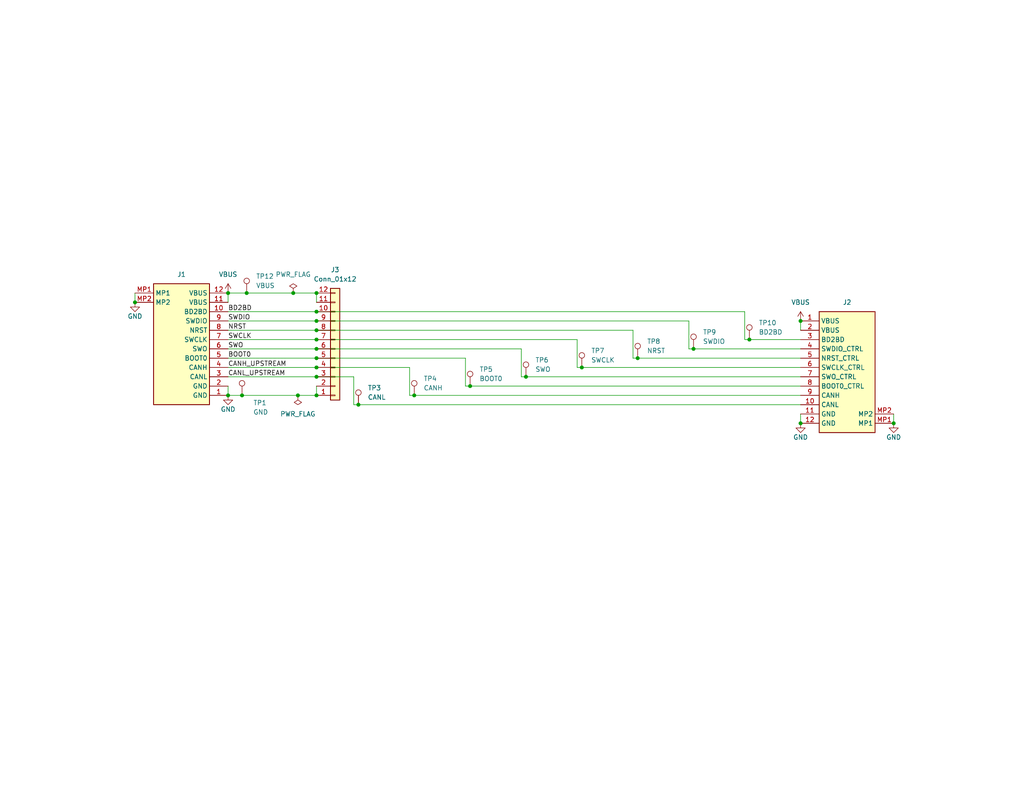
<source format=kicad_sch>
(kicad_sch (version 20231120) (generator "eeschema") (generator_version "8.0")
  (paper "USLetter")
  (lib_symbols
    (symbol "Connector_Generic:Conn_01x12" (pin_names (offset 1.016) hide)
      (property "Reference" "J" (at 0 15.24 0))
      (property "Value" "Conn_01x12" (at 0 -17.78 0))
      (symbol "Conn_01x12_1_1"
        (rectangle (start -1.27 -15.113) (end 0 -15.367) (stroke (width 0.1524)))
        (rectangle (start -1.27 -12.573) (end 0 -12.827) (stroke (width 0.1524)))
        (rectangle (start -1.27 -10.033) (end 0 -10.287) (stroke (width 0.1524)))
        (rectangle (start -1.27 -7.493) (end 0 -7.747) (stroke (width 0.1524)))
        (rectangle (start -1.27 -4.953) (end 0 -5.207) (stroke (width 0.1524)))
        (rectangle (start -1.27 -2.413) (end 0 -2.667) (stroke (width 0.1524)))
        (rectangle (start -1.27 0.127) (end 0 -0.127) (stroke (width 0.1524)))
        (rectangle (start -1.27 2.667) (end 0 2.413) (stroke (width 0.1524)))
        (rectangle (start -1.27 5.207) (end 0 4.953) (stroke (width 0.1524)))
        (rectangle (start -1.27 7.747) (end 0 7.493) (stroke (width 0.1524)))
        (rectangle (start -1.27 10.287) (end 0 10.033) (stroke (width 0.1524)))
        (rectangle (start -1.27 12.827) (end 0 12.573) (stroke (width 0.1524)))
        (rectangle (start -1.27 13.97) (end 1.27 -16.51) (stroke (width 0.254)) (fill (type background)))
        (pin passive line (at -5.08 12.7 0) (length 3.81) (name "Pin_1") (number "1"))
        (pin passive line (at -5.08 -10.16 0) (length 3.81) (name "Pin_10") (number "10"))
        (pin passive line (at -5.08 -12.7 0) (length 3.81) (name "Pin_11") (number "11"))
        (pin passive line (at -5.08 -15.24 0) (length 3.81) (name "Pin_12") (number "12"))
        (pin passive line (at -5.08 10.16 0) (length 3.81) (name "Pin_2") (number "2"))
        (pin passive line (at -5.08 7.62 0) (length 3.81) (name "Pin_3") (number "3"))
        (pin passive line (at -5.08 5.08 0) (length 3.81) (name "Pin_4") (number "4"))
        (pin passive line (at -5.08 2.54 0) (length 3.81) (name "Pin_5") (number "5"))
        (pin passive line (at -5.08 0 0) (length 3.81) (name "Pin_6") (number "6"))
        (pin passive line (at -5.08 -2.54 0) (length 3.81) (name "Pin_7") (number "7"))
        (pin passive line (at -5.08 -5.08 0) (length 3.81) (name "Pin_8") (number "8"))
        (pin passive line (at -5.08 -7.62 0) (length 3.81) (name "Pin_9") (number "9"))
      )
    )
    (symbol "TVSC:Bus Connector (Control)"
      (property "Reference" "J" (at 5 -33 0))
      (symbol "Bus Connector (Control)_1_1"
        (rectangle (start 5.08 2.54) (end 20.32 -30.48) (stroke (width 0.254)) (fill (type background)))
        (pin passive line (at 0 -27.94 0) (length 5.08) (name "VBUS") (number "1"))
        (pin passive line (at 0 -5.08 0) (length 5.08) (name "CANL") (number "10"))
        (pin passive line (at 0 -2.54 0) (length 5.08) (name "GND") (number "11"))
        (pin passive line (at 0 0 0) (length 5.08) (name "GND") (number "12"))
        (pin passive line (at 0 -25.4 0) (length 5.08) (name "VBUS") (number "2"))
        (pin passive line (at 0 -22.86 0) (length 5.08) (name "BD2BD") (number "3"))
        (pin passive line (at 0 -20.32 0) (length 5.08) (name "SWDIO_CTRL") (number "4"))
        (pin passive line (at 0 -17.78 0) (length 5.08) (name "NRST_CTRL") (number "5"))
        (pin passive line (at 0 -15.24 0) (length 5.08) (name "SWCLK_CTRL") (number "6"))
        (pin passive line (at 0 -12.7 0) (length 5.08) (name "SWO_CTRL") (number "7"))
        (pin passive line (at 0 -10.16 0) (length 5.08) (name "BOOT0_CTRL") (number "8"))
        (pin passive line (at 0 -7.62 0) (length 5.08) (name "CANH") (number "9"))
        (pin passive line (at 25.4 0 180) (length 5.08) (name "MP1") (number "MP1"))
        (pin passive line (at 25.4 -2.54 180) (length 5.08) (name "MP2") (number "MP2"))
      )
    )
    (symbol "TVSC:Bus Connector (Target)"
      (property "Reference" "J" (at 5 -33 0))
      (symbol "Bus Connector (Target)_1_1"
        (rectangle (start 5.08 2.54) (end 20.32 -30.48) (stroke (width 0.254)) (fill (type background)))
        (pin passive line (at 0 -27.94 0) (length 5.08) (name "GND") (number "1"))
        (pin passive line (at 0 -5.08 0) (length 5.08) (name "BD2BD") (number "10"))
        (pin passive line (at 0 -2.54 0) (length 5.08) (name "VBUS") (number "11"))
        (pin passive line (at 0 0 0) (length 5.08) (name "VBUS") (number "12"))
        (pin passive line (at 0 -25.4 0) (length 5.08) (name "GND") (number "2"))
        (pin passive line (at 0 -22.86 0) (length 5.08) (name "CANL") (number "3"))
        (pin passive line (at 0 -20.32 0) (length 5.08) (name "CANH") (number "4"))
        (pin passive line (at 0 -17.78 0) (length 5.08) (name "BOOT0") (number "5"))
        (pin passive line (at 0 -15.24 0) (length 5.08) (name "SWO") (number "6"))
        (pin passive line (at 0 -12.7 0) (length 5.08) (name "SWCLK") (number "7"))
        (pin passive line (at 0 -10.16 0) (length 5.08) (name "NRST") (number "8"))
        (pin passive line (at 0 -7.62 0) (length 5.08) (name "SWDIO") (number "9"))
        (pin passive line (at 25.4 0 180) (length 5.08) (name "MP1") (number "MP1"))
        (pin passive line (at 25.4 -2.54 180) (length 5.08) (name "MP2") (number "MP2"))
      )
    )
    (symbol "TVSC:TestPoint_Keystone_5000" (pin_numbers hide) (pin_names (offset 0.762) hide)
      (property "Reference" "TP" (at 0 6.858 0))
      (property "Value" "TestPoint" (at 0 5.08 0))
      (symbol "TestPoint_Keystone_5000_0_1"
        (circle (center 0 3.302) (radius 0.762))
      )
      (symbol "TestPoint_Keystone_5000_1_1"
        (pin passive line (at 0 0 90) (length 2.54) (name "1") (number "1"))
      )
    )
    (symbol "power:GND" (power) (pin_numbers hide) (pin_names (offset 0) hide)
      (property "Value" "GND" (at 0 -3.81 0))
      (symbol "GND_0_1"
        (polyline (pts (xy 0 0) (xy 0 -1.27) (xy 1.27 -1.27) (xy 0 -2.54) (xy -1.27 -1.27) (xy 0 -1.27)))
      )
      (symbol "GND_1_1"
        (pin power_in line (at 0 0 270) (length 0) (name "~") (number "1"))
      )
    )
    (symbol "power:PWR_FLAG" (power) (pin_numbers hide) (pin_names (offset 0) hide)
      (property "Value" "PWR_FLAG" (at 0 3.81 0))
      (symbol "PWR_FLAG_0_0"
        (pin power_out line (at 0 0 90) (length 0) (name "~") (number "1"))
      )
      (symbol "PWR_FLAG_0_1"
        (polyline (pts (xy 0 0) (xy 0 1.27) (xy -1.016 1.905) (xy 0 2.54) (xy 1.016 1.905) (xy 0 1.27)))
      )
    )
    (symbol "power:VBUS" (power) (pin_numbers hide) (pin_names (offset 0) hide)
      (property "Value" "VBUS" (at 0 3.556 0))
      (symbol "VBUS_0_1"
        (polyline (pts (xy -0.762 1.27) (xy 0 2.54)))
        (polyline (pts (xy 0 0) (xy 0 2.54)))
        (polyline (pts (xy 0 2.54) (xy 0.762 1.27)))
      )
      (symbol "VBUS_1_1"
        (pin power_in line (at 0 0 90) (length 0) (name "~") (number "1"))
      )
    )
  )
  (junction (at 218.44 87.63))
  (junction (at 86.36 90.17))
  (junction (at 218.44 115.57))
  (junction (at 66.04 107.95))
  (junction (at 80.01 80.01))
  (junction (at 173.99 97.79))
  (junction (at 86.36 92.71))
  (junction (at 86.36 97.79))
  (junction (at 243.84 115.57))
  (junction (at 204.47 92.71))
  (junction (at 62.23 107.95))
  (junction (at 86.36 85.09))
  (junction (at 97.79 110.49))
  (junction (at 86.36 87.63))
  (junction (at 143.51 102.87))
  (junction (at 113.03 107.95))
  (junction (at 86.36 107.95))
  (junction (at 62.23 80.01))
  (junction (at 86.36 80.01))
  (junction (at 189.23 95.25))
  (junction (at 81.28 107.95))
  (junction (at 67.31 80.01))
  (junction (at 128.27 105.41))
  (junction (at 86.36 102.87))
  (junction (at 86.36 95.25))
  (junction (at 86.36 100.33))
  (junction (at 158.75 100.33))
  (junction (at 36.83 82.55))
  (wire (pts (xy 36.83 80.01) (xy 36.83 82.55)))
  (wire (pts (xy 218.44 113.03) (xy 218.44 115.57)))
  (wire (pts (xy 86.36 80.01) (xy 86.36 82.55)))
  (wire (pts (xy 142.24 95.25) (xy 142.24 102.87)))
  (wire (pts (xy 111.76 107.95) (xy 113.03 107.95)))
  (wire (pts (xy 157.48 92.71) (xy 157.48 100.33)))
  (wire (pts (xy 187.96 87.63) (xy 187.96 95.25)))
  (wire (pts (xy 62.23 105.41) (xy 62.23 107.95)))
  (wire (pts (xy 62.23 90.17) (xy 86.36 90.17)))
  (wire (pts (xy 172.72 97.79) (xy 173.99 97.79)))
  (wire (pts (xy 97.79 110.49) (xy 218.44 110.49)))
  (wire (pts (xy 172.72 90.17) (xy 172.72 97.79)))
  (wire (pts (xy 66.04 107.95) (xy 81.28 107.95)))
  (wire (pts (xy 143.51 102.87) (xy 218.44 102.87)))
  (wire (pts (xy 96.52 110.49) (xy 97.79 110.49)))
  (wire (pts (xy 62.23 80.01) (xy 62.23 82.55)))
  (wire (pts (xy 173.99 97.79) (xy 218.44 97.79)))
  (wire (pts (xy 86.36 95.25) (xy 142.24 95.25)))
  (wire (pts (xy 86.36 87.63) (xy 187.96 87.63)))
  (wire (pts (xy 86.36 90.17) (xy 172.72 90.17)))
  (wire (pts (xy 86.36 85.09) (xy 203.2 85.09)))
  (wire (pts (xy 203.2 92.71) (xy 204.47 92.71)))
  (wire (pts (xy 62.23 87.63) (xy 86.36 87.63)))
  (wire (pts (xy 62.23 85.09) (xy 86.36 85.09)))
  (wire (pts (xy 67.31 80.01) (xy 80.01 80.01)))
  (wire (pts (xy 204.47 92.71) (xy 218.44 92.71)))
  (wire (pts (xy 158.75 100.33) (xy 218.44 100.33)))
  (wire (pts (xy 113.03 107.95) (xy 218.44 107.95)))
  (wire (pts (xy 243.84 113.03) (xy 243.84 115.57)))
  (wire (pts (xy 128.27 105.41) (xy 218.44 105.41)))
  (wire (pts (xy 86.36 92.71) (xy 157.48 92.71)))
  (wire (pts (xy 86.36 100.33) (xy 111.76 100.33)))
  (wire (pts (xy 127 105.41) (xy 128.27 105.41)))
  (wire (pts (xy 157.48 100.33) (xy 158.75 100.33)))
  (wire (pts (xy 62.23 107.95) (xy 66.04 107.95)))
  (wire (pts (xy 62.23 80.01) (xy 67.31 80.01)))
  (wire (pts (xy 80.01 80.01) (xy 86.36 80.01)))
  (wire (pts (xy 62.23 102.87) (xy 86.36 102.87)))
  (wire (pts (xy 189.23 95.25) (xy 218.44 95.25)))
  (wire (pts (xy 62.23 95.25) (xy 86.36 95.25)))
  (wire (pts (xy 86.36 105.41) (xy 86.36 107.95)))
  (wire (pts (xy 86.36 97.79) (xy 127 97.79)))
  (wire (pts (xy 203.2 85.09) (xy 203.2 92.71)))
  (wire (pts (xy 86.36 102.87) (xy 96.52 102.87)))
  (wire (pts (xy 62.23 97.79) (xy 86.36 97.79)))
  (wire (pts (xy 142.24 102.87) (xy 143.51 102.87)))
  (wire (pts (xy 81.28 107.95) (xy 86.36 107.95)))
  (wire (pts (xy 111.76 100.33) (xy 111.76 107.95)))
  (wire (pts (xy 62.23 100.33) (xy 86.36 100.33)))
  (wire (pts (xy 187.96 95.25) (xy 189.23 95.25)))
  (wire (pts (xy 127 97.79) (xy 127 105.41)))
  (wire (pts (xy 218.44 87.63) (xy 218.44 90.17)))
  (wire (pts (xy 62.23 92.71) (xy 86.36 92.71)))
  (wire (pts (xy 96.52 102.87) (xy 96.52 110.49)))
  (label "SWDIO" (at 62.23 87.63 0))
  (label "BOOT0" (at 62.23 97.79 0))
  (label "CANL_UPSTREAM" (at 62.23 102.87 0))
  (label "BD2BD" (at 62.23 85.09 0))
  (label "SWO" (at 62.23 95.25 0))
  (label "SWCLK" (at 62.23 92.71 0))
  (label "NRST" (at 62.23 90.17 0))
  (label "CANH_UPSTREAM" (at 62.23 100.33 0))
  (symbol (lib_id "TVSC:TestPoint_Keystone_5000") (at 128.27 105.41 0) (unit 1)
    (property "Reference" "TP5" (at 130.81 100.8379 0) (effects (justify left)))
    (property "Value" "BOOT0" (at 130.81 103.3779 0) (effects (justify left)))
    (property "Footprint" "footprints:Keystone_5000" (effects (hide yes)))
    (property "Datasheet" "https://www.keyelco.com/product.cfm/product_id/1309" (effects (hide yes)))
    (property "Description" "test point" (effects (hide yes)))
    (property "Color" "Red" (effects (hide yes)))
    (property "Manufacturer" "Keystone" (effects (hide yes)))
    (property "Manufacturer Part Number" "5000" (effects (hide yes)))
    (property "MPN" "C5199900" (effects (hide yes)))
    (property "Active" "Y" (effects (hide yes)))
  )
  (symbol (lib_id "power:VBUS") (at 62.23 80.01 0) (mirror y) (unit 1)
    (property "Reference" "#PWR1" (effects (hide yes)))
    (property "Value" "VBUS" (at 62.23 74.93 0))
  )
  (symbol (lib_id "TVSC:TestPoint_Keystone_5000") (at 158.75 100.33 0) (unit 1)
    (property "Reference" "TP7" (at 161.29 95.7579 0) (effects (justify left)))
    (property "Value" "SWCLK" (at 161.29 98.2979 0) (effects (justify left)))
    (property "Footprint" "footprints:Keystone_5000" (effects (hide yes)))
    (property "Datasheet" "https://www.keyelco.com/product.cfm/product_id/1309" (effects (hide yes)))
    (property "Description" "test point" (effects (hide yes)))
    (property "Color" "Red" (effects (hide yes)))
    (property "Manufacturer" "Keystone" (effects (hide yes)))
    (property "Manufacturer Part Number" "5000" (effects (hide yes)))
    (property "MPN" "C5199900" (effects (hide yes)))
    (property "Active" "Y" (effects (hide yes)))
  )
  (symbol (lib_id "TVSC:TestPoint_Keystone_5000") (at 204.47 92.71 0) (unit 1)
    (property "Reference" "TP10" (at 207.01 88.1379 0) (effects (justify left)))
    (property "Value" "BD2BD" (at 207.01 90.6779 0) (effects (justify left)))
    (property "Footprint" "footprints:Keystone_5000" (effects (hide yes)))
    (property "Datasheet" "https://www.keyelco.com/product.cfm/product_id/1309" (effects (hide yes)))
    (property "Description" "test point" (effects (hide yes)))
    (property "Color" "Red" (effects (hide yes)))
    (property "Manufacturer" "Keystone" (effects (hide yes)))
    (property "Manufacturer Part Number" "5000" (effects (hide yes)))
    (property "MPN" "C5199900" (effects (hide yes)))
    (property "Active" "Y" (effects (hide yes)))
  )
  (symbol (lib_id "TVSC:TestPoint_Keystone_5000") (at 66.04 107.95 0) (unit 1)
    (property "Reference" "TP1" (at 69.088 109.982 0) (effects (justify left)))
    (property "Value" "GND" (at 69.088 112.522 0) (effects (justify left)))
    (property "Footprint" "footprints:Keystone_5000" (effects (hide yes)))
    (property "Datasheet" "https://www.keyelco.com/product.cfm/product_id/1309" (effects (hide yes)))
    (property "Description" "test point" (effects (hide yes)))
    (property "Color" "Red" (effects (hide yes)))
    (property "Manufacturer" "Keystone" (effects (hide yes)))
    (property "Manufacturer Part Number" "5000" (effects (hide yes)))
    (property "MPN" "C5199900" (effects (hide yes)))
    (property "Active" "Y" (effects (hide yes)))
  )
  (symbol (lib_id "TVSC:TestPoint_Keystone_5000") (at 143.51 102.87 0) (unit 1)
    (property "Reference" "TP6" (at 146.05 98.2979 0) (effects (justify left)))
    (property "Value" "SWO" (at 146.05 100.8379 0) (effects (justify left)))
    (property "Footprint" "footprints:Keystone_5000" (effects (hide yes)))
    (property "Datasheet" "https://www.keyelco.com/product.cfm/product_id/1309" (effects (hide yes)))
    (property "Description" "test point" (effects (hide yes)))
    (property "Color" "Red" (effects (hide yes)))
    (property "Manufacturer" "Keystone" (effects (hide yes)))
    (property "Manufacturer Part Number" "5000" (effects (hide yes)))
    (property "MPN" "C5199900" (effects (hide yes)))
    (property "Active" "Y" (effects (hide yes)))
  )
  (symbol (lib_id "power:PWR_FLAG") (at 81.28 107.95 180) (unit 1)
    (property "Reference" "#FLG2" (effects (hide yes)))
    (property "Value" "PWR_FLAG" (at 81.28 113.03 0))
    (property "Description" "Special symbol for telling ERC where power comes from" (effects (hide yes)))
  )
  (symbol (lib_id "power:PWR_FLAG") (at 80.01 80.01 0) (unit 1)
    (property "Reference" "#FLG1" (effects (hide yes)))
    (property "Value" "PWR_FLAG" (at 80.01 74.93 0))
    (property "Description" "Special symbol for telling ERC where power comes from" (effects (hide yes)))
  )
  (symbol (lib_id "TVSC:Bus Connector (Control)") (at 218.44 115.57 0) (mirror x) (unit 1)
    (property "Reference" "J2" (at 231.14 82.55 0))
    (property "Value" "Molex_504050-1291" (effects (hide yes)))
    (property "Footprint" "footprints:Bus Connector (Control)" (effects (hide yes)))
    (property "Datasheet" "https://www.molex.com/en-us/products/part-detail/5040501291" (effects (hide yes)))
    (property "Manufacturer" "Molex" (effects (hide yes)))
    (property "Manufacturer Part Number" "504050-1291" (effects (hide yes)))
    (property "MPN" "C563982" (effects (hide yes)))
    (property "Active" "Y" (effects (hide yes)))
    (property "Basic or Extended Component" "Extended" (effects (hide yes)))
  )
  (symbol (lib_id "TVSC:Bus Connector (Target)") (at 62.23 80.01 0) (mirror y) (unit 1)
    (property "Reference" "J1" (at 49.53 74.93 0))
    (property "Value" "Molex_504050-1291" (effects (hide yes)))
    (property "Footprint" "footprints:Bus Connector (Target)" (effects (hide yes)))
    (property "Datasheet" "https://www.molex.com/en-us/products/part-detail/5040501291" (effects (hide yes)))
    (property "Manufacturer" "Molex" (effects (hide yes)))
    (property "Manufacturer Part Number" "504050-1291" (effects (hide yes)))
    (property "MPN" "C563982" (effects (hide yes)))
    (property "Active" "Y" (effects (hide yes)))
    (property "Basic or Extended Component" "Extended" (effects (hide yes)))
  )
  (symbol (lib_id "power:GND") (at 218.44 115.57 0) (mirror y) (unit 1)
    (property "Reference" "#PWR6" (effects (hide yes)))
    (property "Value" "GND" (at 218.44 119.38 0))
  )
  (symbol (lib_id "power:GND") (at 36.83 82.55 0) (mirror y) (unit 1)
    (property "Reference" "#PWR3" (effects (hide yes)))
    (property "Value" "GND" (at 36.83 86.36 0))
  )
  (symbol (lib_id "power:VBUS") (at 218.44 87.63 0) (mirror y) (unit 1)
    (property "Reference" "#PWR2" (effects (hide yes)))
    (property "Value" "VBUS" (at 218.44 82.55 0))
  )
  (symbol (lib_id "Connector_Generic:Conn_01x12") (at 91.44 95.25 0) (mirror x) (unit 1)
    (property "Reference" "J3" (at 91.44 73.66 0))
    (property "Value" "Conn_01x12" (at 91.44 76.2 0))
    (property "Footprint" "Connector_PinHeader_2.54mm:PinHeader_1x12_P2.54mm_Vertical" (effects (hide yes)))
    (property "Description" "Generic connector, single row, 01x12, script generated (kicad-library-utils/schlib/autogen/connector/)" (effects (hide yes)))
  )
  (symbol (lib_id "TVSC:TestPoint_Keystone_5000") (at 97.79 110.49 0) (unit 1)
    (property "Reference" "TP3" (at 100.33 105.9179 0) (effects (justify left)))
    (property "Value" "CANL" (at 100.33 108.4579 0) (effects (justify left)))
    (property "Footprint" "footprints:Keystone_5000" (effects (hide yes)))
    (property "Datasheet" "https://www.keyelco.com/product.cfm/product_id/1309" (effects (hide yes)))
    (property "Description" "test point" (effects (hide yes)))
    (property "Color" "Red" (effects (hide yes)))
    (property "Manufacturer" "Keystone" (effects (hide yes)))
    (property "Manufacturer Part Number" "5000" (effects (hide yes)))
    (property "MPN" "C5199900" (effects (hide yes)))
    (property "Active" "Y" (effects (hide yes)))
  )
  (symbol (lib_id "TVSC:TestPoint_Keystone_5000") (at 173.99 97.79 0) (unit 1)
    (property "Reference" "TP8" (at 176.53 93.2179 0) (effects (justify left)))
    (property "Value" "NRST" (at 176.53 95.7579 0) (effects (justify left)))
    (property "Footprint" "footprints:Keystone_5000" (effects (hide yes)))
    (property "Datasheet" "https://www.keyelco.com/product.cfm/product_id/1309" (effects (hide yes)))
    (property "Description" "test point" (effects (hide yes)))
    (property "Color" "Red" (effects (hide yes)))
    (property "Manufacturer" "Keystone" (effects (hide yes)))
    (property "Manufacturer Part Number" "5000" (effects (hide yes)))
    (property "MPN" "C5199900" (effects (hide yes)))
    (property "Active" "Y" (effects (hide yes)))
  )
  (symbol (lib_id "power:GND") (at 243.84 115.57 0) (mirror y) (unit 1)
    (property "Reference" "#PWR5" (effects (hide yes)))
    (property "Value" "GND" (at 243.84 119.38 0))
  )
  (symbol (lib_id "power:GND") (at 62.23 107.95 0) (mirror y) (unit 1)
    (property "Reference" "#PWR4" (effects (hide yes)))
    (property "Value" "GND" (at 62.23 111.76 0))
  )
  (symbol (lib_id "TVSC:TestPoint_Keystone_5000") (at 67.31 80.01 0) (unit 1)
    (property "Reference" "TP12" (at 69.85 75.4379 0) (effects (justify left)))
    (property "Value" "VBUS" (at 69.85 77.9779 0) (effects (justify left)))
    (property "Footprint" "footprints:Keystone_5000" (effects (hide yes)))
    (property "Datasheet" "https://www.keyelco.com/product.cfm/product_id/1309" (effects (hide yes)))
    (property "Description" "test point" (effects (hide yes)))
    (property "Color" "Red" (effects (hide yes)))
    (property "Manufacturer" "Keystone" (effects (hide yes)))
    (property "Manufacturer Part Number" "5000" (effects (hide yes)))
    (property "MPN" "C5199900" (effects (hide yes)))
    (property "Active" "Y" (effects (hide yes)))
  )
  (symbol (lib_id "TVSC:TestPoint_Keystone_5000") (at 113.03 107.95 0) (unit 1)
    (property "Reference" "TP4" (at 115.57 103.3779 0) (effects (justify left)))
    (property "Value" "CANH" (at 115.57 105.9179 0) (effects (justify left)))
    (property "Footprint" "footprints:Keystone_5000" (effects (hide yes)))
    (property "Datasheet" "https://www.keyelco.com/product.cfm/product_id/1309" (effects (hide yes)))
    (property "Description" "test point" (effects (hide yes)))
    (property "Color" "Red" (effects (hide yes)))
    (property "Manufacturer" "Keystone" (effects (hide yes)))
    (property "Manufacturer Part Number" "5000" (effects (hide yes)))
    (property "MPN" "C5199900" (effects (hide yes)))
    (property "Active" "Y" (effects (hide yes)))
  )
  (symbol (lib_id "TVSC:TestPoint_Keystone_5000") (at 189.23 95.25 0) (unit 1)
    (property "Reference" "TP9" (at 191.77 90.6779 0) (effects (justify left)))
    (property "Value" "SWDIO" (at 191.77 93.2179 0) (effects (justify left)))
    (property "Footprint" "footprints:Keystone_5000" (effects (hide yes)))
    (property "Datasheet" "https://www.keyelco.com/product.cfm/product_id/1309" (effects (hide yes)))
    (property "Description" "test point" (effects (hide yes)))
    (property "Color" "Red" (effects (hide yes)))
    (property "Manufacturer" "Keystone" (effects (hide yes)))
    (property "Manufacturer Part Number" "5000" (effects (hide yes)))
    (property "MPN" "C5199900" (effects (hide yes)))
    (property "Active" "Y" (effects (hide yes)))
  )
)
</source>
